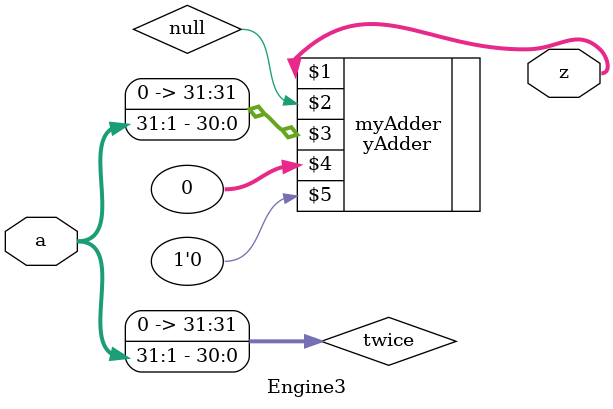
<source format=v>
module Engine3(z, a);
output signed [31:0] z;
input signed [31:0] a;

wire signed [31:0]twice;

assign twice[30:0] =a[31:1];
assign twice[31] = 0;
yAdder myAdder(z,null,twice,32'b0, 1'b0);
endmodule

</source>
